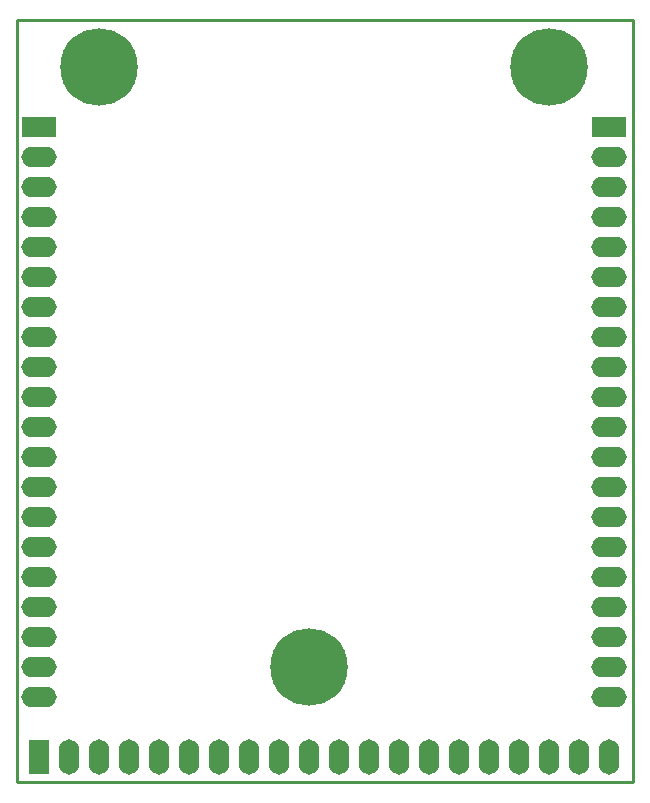
<source format=gbs>
G04*
G04 #@! TF.GenerationSoftware,Altium Limited,Altium Designer,18.1.9 (240)*
G04*
G04 Layer_Color=16711935*
%FSLAX25Y25*%
%MOIN*%
G70*
G01*
G75*
%ADD15C,0.01000*%
%ADD30C,0.25800*%
%ADD31O,0.11800X0.06800*%
%ADD32R,0.11800X0.06800*%
%ADD33O,0.06800X0.11800*%
%ADD34R,0.06800X0.11800*%
D15*
X320000Y146500D02*
X525500D01*
Y400500D01*
X320000D02*
X525500D01*
X320000Y146500D02*
Y400500D01*
D30*
X497500Y385000D02*
D03*
X347500D02*
D03*
X417500Y185000D02*
D03*
D31*
X517500Y175000D02*
D03*
Y185000D02*
D03*
Y195000D02*
D03*
Y205000D02*
D03*
Y215000D02*
D03*
Y225000D02*
D03*
Y235000D02*
D03*
Y245000D02*
D03*
Y255000D02*
D03*
Y265000D02*
D03*
Y275000D02*
D03*
Y285000D02*
D03*
Y295000D02*
D03*
Y305000D02*
D03*
Y315000D02*
D03*
Y325000D02*
D03*
Y335000D02*
D03*
Y345000D02*
D03*
Y355000D02*
D03*
X327500Y175000D02*
D03*
Y185000D02*
D03*
Y195000D02*
D03*
Y205000D02*
D03*
Y215000D02*
D03*
Y225000D02*
D03*
Y235000D02*
D03*
Y245000D02*
D03*
Y255000D02*
D03*
Y265000D02*
D03*
Y275000D02*
D03*
Y285000D02*
D03*
Y295000D02*
D03*
Y305000D02*
D03*
Y315000D02*
D03*
Y325000D02*
D03*
Y335000D02*
D03*
Y345000D02*
D03*
Y355000D02*
D03*
D32*
X517500Y365000D02*
D03*
X327500D02*
D03*
D33*
X517500Y155000D02*
D03*
X507500D02*
D03*
X497500D02*
D03*
X487500D02*
D03*
X477500D02*
D03*
X467500D02*
D03*
X457500D02*
D03*
X447500D02*
D03*
X437500D02*
D03*
X427500D02*
D03*
X417500D02*
D03*
X407500D02*
D03*
X397500D02*
D03*
X387500D02*
D03*
X377500D02*
D03*
X367500D02*
D03*
X357500D02*
D03*
X347500D02*
D03*
X337500D02*
D03*
D34*
X327500D02*
D03*
M02*

</source>
